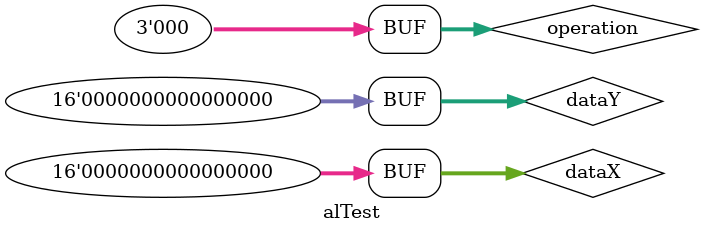
<source format=v>
`timescale 1ns / 1ps


module alTest;

	// Inputs
	reg [2:0] operation;
	reg [15:0] dataX;
	reg [15:0] dataY;

	// Outputs
	wire [15:0] ALUresult;

	// Instantiate the Unit Under Test (UUT)
	ALU uut (
		.operation(operation), 
		.dataX(dataX), 
		.dataY(dataY), 
		.ALUresult(ALUresult)
	);

	initial begin
		// Initialize Inputs
		operation = 0;
		dataX = 0;
		dataY = 0;

		// Wait 100 ns for global reset to finish
		#100;
        
		// Add stimulus here

	end
      
endmodule


</source>
